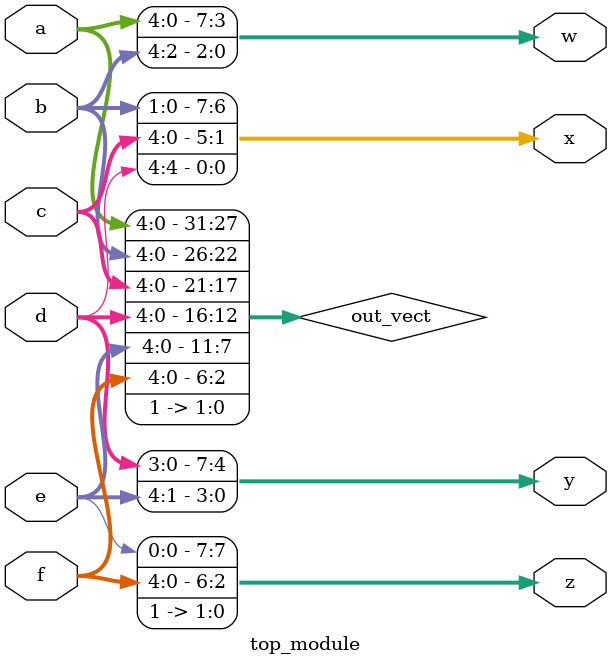
<source format=v>
module top_module (input [4:0] a,
                   b,
                   c,
                   d,
                   e,
                   f,
                   output [7:0] w,
                   x,
                   y,
                   z);
    
    wire [31:0] out_vect = {a,b,c,d,e,f,2'b11};
    assign {w,x,y,z} = out_vect;
    
endmodule

</source>
